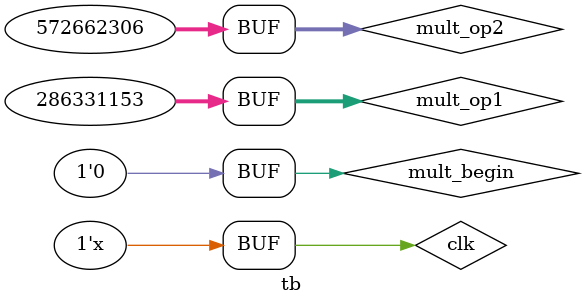
<source format=v>
`timescale 1ns / 1ps


module tb;

    // Inputs
    reg clk;
    reg mult_begin;
    reg [31:0] mult_op1;
    reg [31:0] mult_op2;

    // Outputs
    wire [63:0] product;
    wire mult_end;

    // Instantiate the Unit Under Test (UUT)
    multiply uut (
        .clk(clk), 
        .mult_begin(mult_begin), 
        .mult_op1(mult_op1), 
        .mult_op2(mult_op2), 
        .product(product), 
        .mult_end(mult_end)
    );

    initial begin
         //Initialize Inputs
         clk = 0;
         mult_begin = 0;
         mult_op1 = 0;
         mult_op2 = 0;

        // Wait 100 ns for global reset to finish
        // ÔÚ´Ë´¦¶ÔÊäÈëÐÅºÅÌí¼ÓÊ±Ðò¿ØÖÆ£¬µÃµ½¹¦ÄÜÑéÖ¤µÄ²¨ÐÎ£¬ÑéÖ¤4×é32Î»16½øÖÆÊýµÄ¼ÆËã½á¹û£¬²¢½ØÍ¼±£´æ²¨ÐÎ
        #100;
        mult_begin = 1;
        mult_op1 = 32'H11111111;
        mult_op2 = 32'H22222222;
        #400;
        mult_begin = 0;
        //
        //
        //
        //
        //
        //
        //
        //
        //
        //
        //
        //
        //
        //
        //
        //
        //
        //
        //
        //   
        
    end
   always #5 clk = ~clk; 
endmodule


</source>
